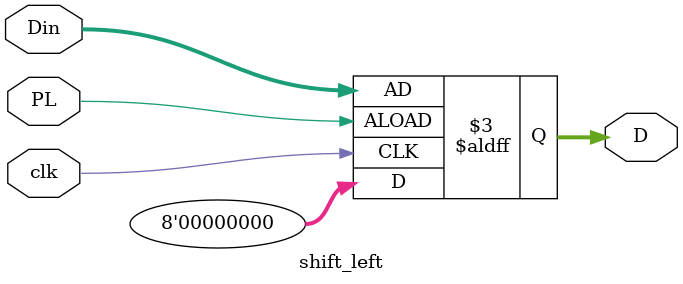
<source format=v>
`timescale 1ns / 1ps


module shift_left(
    input [7:0] Din,
    input PL,
    input clk,
    output reg [7:0] D
    );          
  always @ (negedge clk, negedge PL) begin
    if (PL==0) 
      D<=Din;
    else begin
      D[0] = 0;
      D[1] = D[0];
      D[2] = D[1];
      D[3] = D[2];
      D[4] = D[3];
      D[5] = D[4];
      D[6] = D[5];
      D[7] = D[6];
    end
  end
endmodule

</source>
